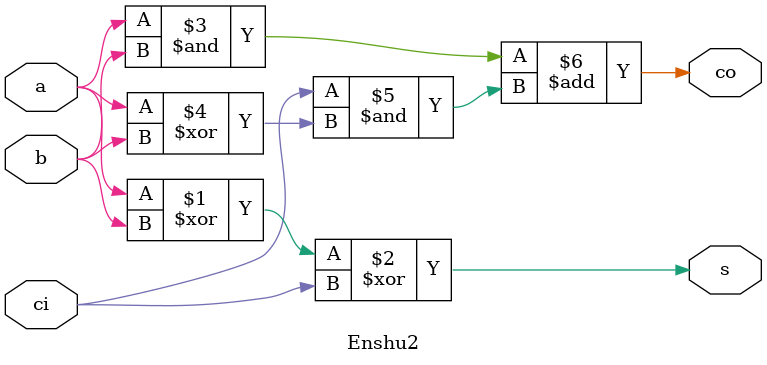
<source format=v>
`timescale 1ns / 1ps
module Enshu2(
    input a,
    input b,
    input ci,
    output s,
    output co
    );

	
	assign s = a ^ b ^ ci;
	assign co = (a & b) + (ci & (a ^ b));

endmodule

</source>
